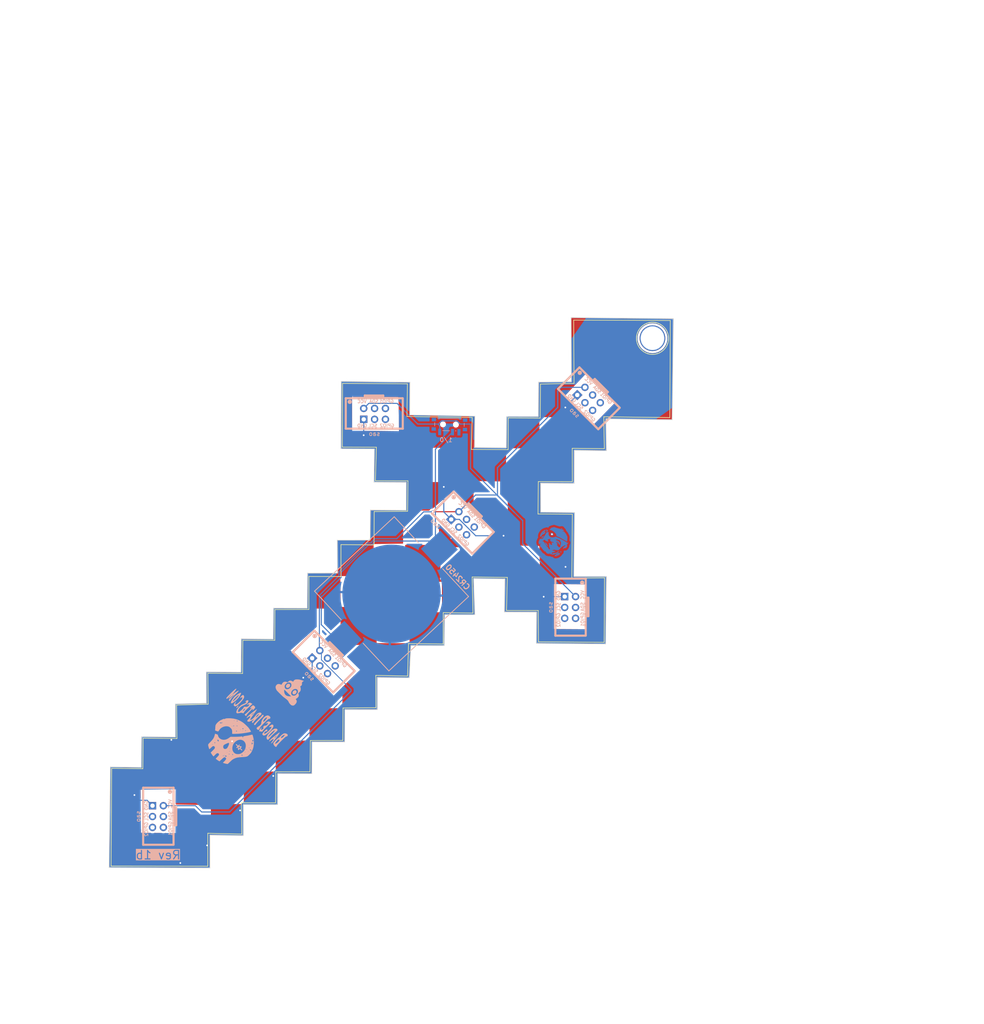
<source format=kicad_pcb>
(kicad_pcb (version 20221018) (generator pcbnew)
  (layers (0 "F.Cu" signal) (31 "B.Cu" signal) (34 "B.Paste" user) (35 "F.Paste" user) (36 "B.SilkS" user "B.Silkscreen") (37 "F.SilkS" user "F.Silkscreen") (38 "B.Mask" user) (39 "F.Mask" user) (44 "Edge.Cuts" user))
  (net 0 "")
  (net 1 "VCC")
  (net 2 "+3V3")
  (net 4 "GND")
  (footprint "BadgePiratesLogo:BadgePiratesURL_B.SLK" (layer "F.Cu") (at 101.82906 118.13298 -45)
    (fp_text reference "G***" hide)
    (fp_text value "LOGO" hide)
  )
  (footprint "BadgePirates:Hole_5.5mm" (layer "F.Cu") (at 195.06 28.93)
    (fp_text reference "REF**" hide)
    (fp_text value "Hole_5.5mm(YoMomma)" hide)
  )
  (footprint "BadgePiratesLogo:FG_B.Cu" (layer "F.Cu") (at 172.12 76.08 -45)
    (fp_text reference "G***" hide)
    (fp_text value "fg" hide)
  )
  (footprint "Project Narsil Sword:F.Mask_g6" (layer "F.Cu") (at 133.27 91.1 136)
    (fp_text reference "G***" hide)
    (fp_text value "LOGO" hide)
  )
  (footprint "BadgePirates:Badgelife-SAOv169-SAO_Side_B.SLK" (layer "F.Cu") (at 79.2884 140.3798 -90)
    (fp_text reference "X5" hide)
    (fp_text value "sao")
  )
  (footprint "BadgePirates:Badgelife-SAOv169-SAO_Side_B.SLK" (layer "F.Cu") (at 179.828361 42.889812 -45)
    (fp_text reference "X1" hide)
    (fp_text value "sao")
  )
  (footprint "BadgePiratesLogo:BPSkull_Distressed_B.SILK" (layer "F.Cu") (at 96.362276 123.242982 -45)
    (fp_text reference "G***" hide)
    (fp_text value "BP Logo" hide)
  )
  (footprint "BadgePirates:Badgelife-SAOv169-SAO_Side_B.SLK" (layer "F.Cu") (at 150.338361 71.969812 -45)
    (fp_text reference "X4" hide)
    (fp_text value "sao")
  )
  (footprint "LOGO" (layer "F.Cu") (at 136.1739 95.3967 180)
    (fp_text reference "G***" hide)
    (fp_text value "LOGO" hide)
  )
  (footprint "BadgePirates:Badgelife-SAOv169-SAO_Side_B.SLK" (layer "F.Cu") (at 117.808361 104.429812 -45)
    (fp_text reference "X6" hide)
    (fp_text value "sao")
  )
  (footprint "LOGO" (layer "F.Cu") (at 136.1739 95.3967 180)
    (fp_text reference "G***" hide)
    (fp_text value "LOGO" hide)
  )
  (footprint "BadgePirates:Badgelife-SAOv169-SAO_Side_B.SLK" (layer "F.Cu") (at 175.7184 91.4898 -90)
    (fp_text reference "X3" hide)
    (fp_text value "sao")
  )
  (footprint "LOGO" (layer "F.Cu") (at 136.1739 95.3967 180)
    (fp_text reference "G***" hide)
    (fp_text value "LOGO" hide)
  )
  (footprint "BadgePirates:Badgelife-SAOv169-SAO_Side_B.SLK" (layer "F.Cu") (at 129.6598 46.7016)
    (fp_text reference "X2" hide)
    (fp_text value "sao")
  )
  (footprint "LOGO" (layer "F.Cu") (at 136.1739 95.3967 180)
    (fp_text reference "G***" hide)
    (fp_text value "LOGO" hide)
  )
  (footprint "BadgePirates:BATHLD006SMT - CR2450" (layer "B.Cu") (at 134.020288 88.694575 -137)
    (fp_text reference "U1" hide)
    (fp_text value "CR2450")
  )
  (footprint "BadgePiratesLogo:shi%%y_B.SLK" (layer "B.Cu") (at 110.923925 110.585228 135)
    (fp_text reference "G***" hide)
    (fp_text value "LOGO" hide)
  )
  (footprint "BadgePirates:SW_SPDT_PCM12" (layer "B.Cu") (at 147.56 49.44 -1)
    (fp_text reference "1/0")
    (fp_text value "SW_SPDT")
  )
  (gr_line (start 199.23 24.79) (end 176.63 24.69) (stroke (width 0.15)) (layer "F.SilkS"))
  (gr_line (start 114.68 84.64) (end 114.68 92.34) (stroke (width 0.15)) (layer "F.SilkS"))
  (gr_line (start 168.34 92.58) (end 168.4 99.91) (stroke (width 0.15)) (layer "F.SilkS"))
  (gr_line (start 153.07 93.19) (end 152.87 84.76) (stroke (width 0.15)) (layer "F.SilkS"))
  (gr_line (start 168.86 39.65) (end 168.8 47.61) (stroke (width 0.15)) (layer "F.SilkS"))
  (gr_line (start 122.67 115.38) (end 130.37 115.31) (stroke (width 0.15)) (layer "F.SilkS"))
  (gr_line (start 68.41 152.34) (end 91.03 152.37) (stroke (width 0.15)) (layer "F.SilkS"))
  (gr_line (start 161.33 47.57) (end 161.29 54.99) (stroke (width 0.15)) (layer "F.SilkS"))
  (gr_line (start 106.93 130.31) (end 114.95 130.29) (stroke (width 0.15)) (layer "F.SilkS"))
  (gr_line (start 168.4 99.91) (end 183.76 100.03) (stroke (width 0.15)) (layer "F.SilkS"))
  (gr_line (start 115.02 123) (end 122.61 122.97) (stroke (width 0.15)) (layer "F.SilkS"))
  (gr_line (start 122.61 122.97) (end 122.67 115.38) (stroke (width 0.15)) (layer "F.SilkS"))
  (gr_line (start 199.13 47.48) (end 199.23 24.79) (stroke (width 0.15)) (layer "F.SilkS"))
  (gr_line (start 91.12 114.49) (end 83.73 114.71) (stroke (width 0.15)) (layer "F.SilkS"))
  (gr_line (start 122.56 39.5) (end 122.51 54.39) (stroke (width 0.15)) (layer "F.SilkS"))
  (gr_line (start 106.88 137.55) (end 106.93 130.31) (stroke (width 0.15)) (layer "F.SilkS"))
  (gr_line (start 99.17 107.31) (end 91.04 107.27) (stroke (width 0.15)) (layer "F.SilkS"))
  (gr_line (start 183.8 54.74) (end 183.67 47.3) (stroke (width 0.15)) (layer "F.SilkS"))
  (gr_line (start 75.84 129.57) (end 68.55 129.51) (stroke (width 0.15)) (layer "F.SilkS"))
  (gr_line (start 130.34 107.75) (end 137.77 107.92) (stroke (width 0.15)) (layer "F.SilkS"))
  (gr_line (start 183.67 47.3) (end 199.13 47.48) (stroke (width 0.15)) (layer "F.SilkS"))
  (gr_line (start 161.1 84.85) (end 160.92 92.58) (stroke (width 0.15)) (layer "F.SilkS"))
  (gr_line (start 137.78 69.39) (end 129.95 69.46) (stroke (width 0.15)) (layer "F.SilkS"))
  (gr_line (start 176.71 39.5) (end 168.86 39.65) (stroke (width 0.15)) (layer "F.SilkS"))
  (gr_line (start 122.18 84.66) (end 114.68 84.64) (stroke (width 0.15)) (layer "F.SilkS"))
  (gr_line (start 122.18 77.19) (end 122.18 84.66) (stroke (width 0.15)) (layer "F.SilkS"))
  (gr_line (start 152.69 54.93) (end 152.89 47.47) (stroke (width 0.15)) (layer "F.SilkS"))
  (gr_line (start 176.29 54.67) (end 183.8 54.74) (stroke (width 0.15)) (layer "F.SilkS"))
  (gr_line (start 138 100.32) (end 146.11 100.42) (stroke (width 0.15)) (layer "F.SilkS"))
  (gr_line (start 99.23 99.57) (end 99.17 107.31) (stroke (width 0.15)) (layer "F.SilkS"))
  (gr_line (start 168.36 62.44) (end 176.32 62.45) (stroke (width 0.15)) (layer "F.SilkS"))
  (gr_line (start 146.11 93.09) (end 153.07 93.19) (stroke (width 0.15)) (layer "F.SilkS"))
  (gr_line (start 130.24 62.25) (end 137.86 62.28) (stroke (width 0.15)) (layer "F.SilkS"))
  (gr_line (start 183.84 84.96) (end 176.2 85.03) (stroke (width 0.15)) (layer "F.SilkS"))
  (gr_line (start 106.7 99.55) (end 99.23 99.57) (stroke (width 0.15)) (layer "F.SilkS"))
  (gr_line (start 114.95 130.29) (end 115.02 123) (stroke (width 0.15)) (layer "F.SilkS"))
  (gr_line (start 114.68 92.34) (end 106.74 92.37) (stroke (width 0.15)) (layer "F.SilkS"))
  (gr_line (start 176.63 24.69) (end 176.71 39.5) (stroke (width 0.15)) (layer "F.SilkS"))
  (gr_line (start 91.03 144.68) (end 98.97 144.86) (stroke (width 0.15)) (layer "F.SilkS"))
  (gr_line (start 68.55 129.51) (end 68.41 152.34) (stroke (width 0.15)) (layer "F.SilkS"))
  (gr_line (start 176.32 62.45) (end 176.29 54.67) (stroke (width 0.15)) (layer "F.SilkS"))
  (gr_line (start 183.76 100.03) (end 183.84 84.96) (stroke (width 0.15)) (layer "F.SilkS"))
  (gr_line (start 161.29 54.99) (end 152.69 54.93) (stroke (width 0.15)) (layer "F.SilkS"))
  (gr_line (start 152.89 47.47) (end 137.62 47.23) (stroke (width 0.15)) (layer "F.SilkS"))
  (gr_line (start 129.95 69.46) (end 129.92 77.25) (stroke (width 0.15)) (layer "F.SilkS"))
  (gr_line (start 176.2 85.03) (end 176.32 70.09) (stroke (width 0.15)) (layer "F.SilkS"))
  (gr_line (start 75.9 122.45) (end 75.84 129.57) (stroke (width 0.15)) (layer "F.SilkS"))
  (gr_line (start 98.97 144.86) (end 98.88 137.53) (stroke (width 0.15)) (layer "F.SilkS"))
  (gr_line (start 122.51 54.39) (end 130.48 54.42) (stroke (width 0.15)) (layer "F.SilkS"))
  (gr_line (start 146.11 100.42) (end 146.11 93.09) (stroke (width 0.15)) (layer "F.SilkS"))
  (gr_line (start 83.73 114.71) (end 83.82 122.54) (stroke (width 0.15)) (layer "F.SilkS"))
  (gr_line (start 152.87 84.76) (end 161.1 84.85) (stroke (width 0.15)) (layer "F.SilkS"))
  (gr_line (start 176.32 70.09) (end 168.28 70.03) (stroke (width 0.15)) (layer "F.SilkS"))
  (gr_line (start 83.82 122.54) (end 75.9 122.45) (stroke (width 0.15)) (layer "F.SilkS"))
  (gr_line (start 168.28 70.03) (end 168.36 62.44) (stroke (width 0.15)) (layer "F.SilkS"))
  (gr_line (start 91.04 107.27) (end 91.12 114.49) (stroke (width 0.15)) (layer "F.SilkS"))
  (gr_line (start 137.62 47.23) (end 137.73 39.6) (stroke (width 0.15)) (layer "F.SilkS"))
  (gr_line (start 137.77 107.92) (end 138 100.32) (stroke (width 0.15)) (layer "F.SilkS"))
  (gr_line (start 130.48 54.42) (end 130.24 62.25) (stroke (width 0.15)) (layer "F.SilkS"))
  (gr_line (start 130.37 115.31) (end 130.34 107.75) (stroke (width 0.15)) (layer "F.SilkS"))
  (gr_line (start 129.92 77.25) (end 122.18 77.19) (stroke (width 0.15)) (layer "F.SilkS"))
  (gr_line (start 98.88 137.53) (end 106.88 137.55) (stroke (width 0.15)) (layer "F.SilkS"))
  (gr_line (start 91.03 152.37) (end 91.03 144.68) (stroke (width 0.15)) (layer "F.SilkS"))
  (gr_line (start 168.8 47.61) (end 161.33 47.57) (stroke (width 0.15)) (layer "F.SilkS"))
  (gr_line (start 106.74 92.37) (end 106.7 99.55) (stroke (width 0.15)) (layer "F.SilkS"))
  (gr_line (start 137.73 39.6) (end 122.56 39.5) (stroke (width 0.15)) (layer "F.SilkS"))
  (gr_line (start 160.92 92.58) (end 168.34 92.58) (stroke (width 0.15)) (layer "F.SilkS"))
  (gr_circle (center 195.076159 28.96) (end 197.916159 31.43) (stroke (width 0.15)) (fill none) (layer "F.SilkS"))
  (gr_line (start 137.86 62.28) (end 137.78 69.39) (stroke (width 0.15)) (layer "F.SilkS"))
  (gr_line (start 176.76 55.12) (end 184.28 55.22) (stroke (width 0.15)) (layer "Edge.Cuts"))
  (gr_line (start 83.47 114.45) (end 83.47 122.19) (stroke (width 0.15)) (layer "Edge.Cuts"))
  (gr_line (start 123.08 115.74) (end 130.69 115.76) (stroke (width 0.15)) (layer "Edge.Cuts"))
  (gr_line (start 176.83 69.7) (end 168.9 69.62) (stroke (width 0.15)) (layer "Edge.Cuts"))
  (gr_line (start 106.35 99.29) (end 98.88 99.22) (stroke (width 0.15)) (layer "Edge.Cuts"))
  (gr_line (start 75.57 122.11) (end 75.49 129.28) (stroke (width 0.15)) (layer "Edge.Cuts"))
  (gr_line (start 184.28 55.22) (end 184.17 47.77) (stroke (width 0.15)) (layer "Edge.Cuts"))
  (gr_line (start 146.35 100.78) (end 146.43 93.55) (stroke (width 0.15)) (layer "Edge.Cuts"))
  (gr_line (start 176.74 62.86) (end 176.76 55.12) (stroke (width 0.15)) (layer "Edge.Cuts"))
  (gr_line (start 137.45 69.16) (end 129.08 69.11) (stroke (width 0.15)) (layer "Edge.Cuts"))
  (gr_line (start 106.43 92.04) (end 106.35 99.29) (stroke (width 0.15)) (layer "Edge.Cuts"))
  (gr_line (start 160.43 92.93) (end 167.96 92.96) (stroke (width 0.15)) (layer "Edge.Cuts"))
  (gr_line (start 67.95 152.67) (end 91.53 152.79) (stroke (width 0.15)) (layer "Edge.Cuts"))
  (gr_line (start 176.11 39.11) (end 168.43 39.2) (stroke (width 0.15)) (layer "Edge.Cuts"))
  (gr_line (start 121.33 76.15) (end 121.4 83.84) (stroke (width 0.15)) (layer "Edge.Cuts"))
  (gr_line (start 176.02 24.11) (end 176.11 39.11) (stroke (width 0.15)) (layer "Edge.Cuts"))
  (gr_line (start 138.31 39.22) (end 122.26 39.03) (stroke (width 0.15)) (layer "Edge.Cuts"))
  (gr_line (start 184.09 100.42) (end 184.29 84.65) (stroke (width 0.15)) (layer "Edge.Cuts"))
  (gr_line (start 168.38 47.27) (end 160.95 47.25) (stroke (width 0.15)) (layer "Edge.Cuts"))
  (gr_line (start 138.16 108.31) (end 138.54 100.77) (stroke (width 0.15)) (layer "Edge.Cuts"))
  (gr_line (start 130.69 115.76) (end 130.69 108.23) (stroke (width 0.15)) (layer "Edge.Cuts"))
  (gr_line (start 167.96 92.96) (end 167.92 100.26) (stroke (width 0.15)) (layer "Edge.Cuts"))
  (gr_line (start 160.95 47.25) (end 160.88 54.56) (stroke (width 0.15)) (layer "Edge.Cuts"))
  (gr_line (start 160.55 85.2) (end 160.43 92.93) (stroke (width 0.15)) (layer "Edge.Cuts"))
  (gr_line (start 168.43 39.2) (end 168.38 47.27) (stroke (width 0.15)) (layer "Edge.Cuts"))
  (gr_line (start 153.21 85.08) (end 160.55 85.2) (stroke (width 0.15)) (layer "Edge.Cuts"))
  (gr_line (start 129.02 76.14) (end 121.33 76.15) (stroke (width 0.15)) (layer "Edge.Cuts"))
  (gr_line (start 115.42 123.31) (end 123.04 123.32) (stroke (width 0.15)) (layer "Edge.Cuts"))
  (gr_line (start 199.66 47.99) (end 199.95 24.37) (stroke (width 0.15)) (layer "Edge.Cuts"))
  (gr_line (start 167.92 100.26) (end 184.09 100.42) (stroke (width 0.15)) (layer "Edge.Cuts"))
  (gr_line (start 160.88 54.56) (end 153.41 54.49) (stroke (width 0.15)) (layer "Edge.Cuts"))
  (gr_line (start 153.5 93.56) (end 153.21 85.08) (stroke (width 0.15)) (layer "Edge.Cuts"))
  (gr_line (start 168.89 62.81) (end 176.74 62.86) (stroke (width 0.15)) (layer "Edge.Cuts"))
  (gr_line (start 122.26 39.03) (end 122.18 54.76) (stroke (width 0.15)) (layer "Edge.Cuts"))
  (gr_line (start 153.51 47.16) (end 138.27 46.87) (stroke (width 0.15)) (layer "Edge.Cuts"))
  (gr_line (start 121.4 83.84) (end 114.38 83.86) (stroke (width 0.15)) (layer "Edge.Cuts"))
  (gr_line (start 91.53 145.09) (end 99.34 145.21) (stroke (width 0.15)) (layer "Edge.Cuts"))
  (gr_line (start 99.34 145.21) (end 99.34 137.95) (stroke (width 0.15)) (layer "Edge.Cuts"))
  (gr_line (start 138.27 46.87) (end 138.31 39.22) (stroke (width 0.15)) (layer "Edge.Cuts"))
  (gr_line (start 114.31 92.06) (end 106.43 92.04) (stroke (width 0.15)) (layer "Edge.Cuts"))
  (gr_line (start 146.43 93.55) (end 153.5 93.56) (stroke (width 0.15)) (layer "Edge.Cuts"))
  (gr_line (start 199.95 24.37) (end 176.02 24.11) (stroke (width 0.15)) (layer "Edge.Cuts"))
  (gr_line (start 138.54 100.77) (end 146.35 100.78) (stroke (width 0.15)) (layer "Edge.Cuts"))
  (gr_line (start 184.17 47.77) (end 199.66 47.99) (stroke (width 0.15)) (layer "Edge.Cuts"))
  (gr_line (start 99.34 137.95) (end 107.34 137.96) (stroke (width 0.15)) (layer "Edge.Cuts"))
  (gr_line (start 68.25 129.17) (end 67.95 152.67) (stroke (width 0.15)) (layer "Edge.Cuts"))
  (gr_line (start 123.04 123.32) (end 123.08 115.74) (stroke (width 0.15)) (layer "Edge.Cuts"))
  (gr_line (start 184.29 84.65) (end 176.67 84.65) (stroke (width 0.15)) (layer "Edge.Cuts"))
  (gr_line (start 115.37 130.73) (end 115.42 123.31) (stroke (width 0.15)) (layer "Edge.Cuts"))
  (gr_line (start 130.03 54.8) (end 129.91 62.57) (stroke (width 0.15)) (layer "Edge.Cuts"))
  (gr_line (start 98.78 107.01) (end 90.71 106.96) (stroke (width 0.15)) (layer "Edge.Cuts"))
  (gr_line (start 129.91 62.57) (end 137.48 62.61) (stroke (width 0.15)) (layer "Edge.Cuts"))
  (gr_line (start 130.69 108.23) (end 138.16 108.31) (stroke (width 0.15)) (layer "Edge.Cuts"))
  (gr_line (start 168.9 69.62) (end 168.89 62.81) (stroke (width 0.15)) (layer "Edge.Cuts"))
  (gr_line (start 90.73 114.28) (end 83.47 114.45) (stroke (width 0.15)) (layer "Edge.Cuts"))
  (gr_line (start 83.47 122.19) (end 75.57 122.11) (stroke (width 0.15)) (layer "Edge.Cuts"))
  (gr_line (start 153.41 54.49) (end 153.51 47.16) (stroke (width 0.15)) (layer "Edge.Cuts"))
  (gr_line (start 107.34 137.96) (end 107.36 130.71) (stroke (width 0.15)) (layer "Edge.Cuts"))
  (gr_line (start 129.08 69.11) (end 129.02 76.14) (stroke (width 0.15)) (layer "Edge.Cuts"))
  (gr_line (start 114.38 83.86) (end 114.31 92.06) (stroke (width 0.15)) (layer "Edge.Cuts"))
  (gr_line (start 137.48 62.61) (end 137.45 69.16) (stroke (width 0.15)) (layer "Edge.Cuts"))
  (gr_line (start 107.36 130.71) (end 115.37 130.73) (stroke (width 0.15)) (layer "Edge.Cuts"))
  (gr_line (start 75.49 129.28) (end 68.25 129.17) (stroke (width 0.15)) (layer "Edge.Cuts"))
  (gr_line (start 98.88 99.22) (end 98.78 107.01) (stroke (width 0.15)) (layer "Edge.Cuts"))
  (gr_line (start 176.67 84.65) (end 176.83 69.7) (stroke (width 0.15)) (layer "Edge.Cuts"))
  (gr_line (start 122.18 54.76) (end 130.03 54.8) (stroke (width 0.15)) (layer "Edge.Cuts"))
  (gr_line (start 90.71 106.96) (end 90.73 114.28) (stroke (width 0.15)) (layer "Edge.Cuts"))
  (gr_line (start 91.53 152.79) (end 91.53 145.09) (stroke (width 0.15)) (layer "Edge.Cuts"))
  (gr_text "Rev 1b" (at 84.82 150.93) (layer "B.SilkS" knockout) (effects (font (size 2 2) (thickness 0.25)) (justify left bottom mirror)))
  (segment (start 143.62 69.52) (end 143.646052 69.493948) (width 0.25) (layer "F.Cu") (net 1))
  (segment (start 143.646052 69.493948) (end 149.773948 69.493948) (width 0.25) (layer "F.Cu") (net 1))
  (via (at 143.62 69.52) (size 0.6) (drill 0.4) (layers "F.Cu" "B.Cu") (net 1))
  (segment (start 172.9 41.24) (end 172.9 45.096961) (width 0.25) (layer "B.Cu") (net 1))
  (segment (start 141.53 69.52) (end 135.25 75.8) (width 0.25) (layer "B.Cu") (net 1))
  (segment (start 149.773948 69.493948) (end 153.682896 65.585) (width 0.25) (layer "B.Cu") (net 1))
  (segment (start 130.138022 75.8) (end 129.119697 76.818325) (width 0.25) (layer "B.Cu") (net 1))
  (segment (start 158.8 59.196961) (end 158.8 65.69) (width 0.25) (layer "B.Cu") (net 1))
  (segment (start 143.62 69.52) (end 141.53 69.52) (width 0.25) (layer "B.Cu") (net 1))
  (segment (start 164.706021 76.976021) (end 177.07 89.34) (width 0.25) (layer "B.Cu") (net 1))
  (segment (start 179.263948 40.413948) (end 173.726052 40.413948) (width 0.25) (layer "B.Cu") (net 1))
  (segment (start 117.14 101.85) (end 117.243948 101.953948) (width 0.25) (layer "B.Cu") (net 1))
  (segment (start 145.285386 50.830514) (end 145.285386 49.415386) (width 0.25) (layer "B.Cu") (net 1))
  (segment (start 145.285386 49.415386) (end 144.87 49) (width 0.25) (layer "B.Cu") (net 1))
  (segment (start 107.79 128.18) (end 107.67 128.18) (width 0.25) (layer "B.Cu") (net 1))
  (segment (start 149.3549 48.258872) (end 150.096028 49) (width 0.25) (layer "B.Cu") (net 1))
  (segment (start 164.706021 71.513979) (end 164.706021 76.976021) (width 0.25) (layer "B.Cu") (net 1))
  (segment (start 80.64 138.23) (end 88.13 138.23) (width 0.25) (layer "B.Cu") (net 1))
  (segment (start 107.67 128.18) (end 96.15 139.7) (width 0.25) (layer "B.Cu") (net 1))
  (segment (start 172.9 45.096961) (end 158.8 59.196961) (width 0.25) (layer "B.Cu") (net 1))
  (segment (start 88.13 138.23) (end 89.6 139.7) (width 0.25) (layer "B.Cu") (net 1))
  (segment (start 127.51 45.35) (end 128.6986 44.1614) (width 0.25) (layer "B.Cu") (net 1))
  (segment (start 152.5 59.39) (end 162.745 69.635) (width 0.25) (layer "B.Cu") (net 1))
  (segment (start 121.763328 84.428708) (end 117.14 89.052036) (width 0.25) (layer "B.Cu") (net 1))
  (segment (start 145.724262 48.258872) (end 149.3549 48.258872) (width 0.25) (layer "B.Cu") (net 1))
  (segment (start 144.87 49) (end 144.983134 49) (width 0.25) (layer "B.Cu") (net 1))
  (segment (start 158.695 65.585) (end 162.745 69.635) (width 0.25) (layer "B.Cu") (net 1))
  (segment (start 144.983134 49) (end 145.724262 48.258872) (width 0.25) (layer "B.Cu") (net 1))
  (segment (start 117.607897 104.117897) (end 117.607897 101.707897) (width 0.2) (layer "B.Cu") (net 1))
  (segment (start 121.763328 83.472063) (end 121.763328 84.428708) (width 0.25) (layer "B.Cu") (net 1))
  (segment (start 162.745 69.635) (end 164.665 71.555) (width 0.25) (layer "B.Cu") (net 1))
  (segment (start 140.15198 49) (end 144.87 49) (width 0.25) (layer "B.Cu") (net 1))
  (segment (start 124.54 111.43) (end 107.79 128.18) (width 0.25) (layer "B.Cu") (net 1))
  (segment (start 129.119697 76.818325) (end 128.417066 76.818325) (width 0.25) (layer "B.Cu") (net 1))
  (segment (start 117.14 89.052036) (end 117.14 101.85) (width 0.25) (layer "B.Cu") (net 1))
  (segment (start 158.8 65.69) (end 162.745 69.635) (width 0.25) (layer "B.Cu") (net 1))
  (segment (start 164.665 71.555) (end 164.706021 71.513979) (width 0.25) (layer "B.Cu") (net 1))
  (segment (start 96.15 139.7) (end 89.6 139.7) (width 0.25) (layer "B.Cu") (net 1))
  (segment (start 152.5 49) (end 152.5 59.39) (width 0.25) (layer "B.Cu") (net 1))
  (segment (start 150.096028 49) (end 152.5 49) (width 0.25) (layer "B.Cu") (net 1))
  (segment (start 135.31338 44.1614) (end 140.15198 49) (width 0.25) (layer "B.Cu") (net 1))
  (segment (start 153.682896 65.585) (end 158.695 65.585) (width 0.25) (layer "B.Cu") (net 1))
  (segment (start 124.54 111.43) (end 124.54 111.05) (width 0.2) (layer "B.Cu") (net 1))
  (segment (start 128.6986 44.1614) (end 135.31338 44.1614) (width 0.25) (layer "B.Cu") (net 1))
  (segment (start 135.25 75.8) (end 130.138022 75.8) (width 0.25) (layer "B.Cu") (net 1))
  (segment (start 173.726052 40.413948) (end 172.9 41.24) (width 0.25) (layer "B.Cu") (net 1))
  (segment (start 124.54 111.05) (end 117.607897 104.117897) (width 0.2) (layer "B.Cu") (net 1))
  (segment (start 128.417066 76.818325) (end 121.763328 83.472063) (width 0.25) (layer "B.Cu") (net 1))
  (segment (start 117.841069 89.238432) (end 122.213328 84.866173) (width 0.25) (layer "B.Cu") (net 2))
  (segment (start 117.59 89.238432) (end 117.841069 89.238432) (width 0.25) (layer "B.Cu") (net 2))
  (segment (start 143.3 76.35) (end 145.21 78.26) (width 0.25) (layer "B.Cu") (net 2))
  (segment (start 129.306093 77.268325) (end 130.224418 76.35) (width 0.25) (layer "B.Cu") (net 2))
  (segment (start 130.224418 76.35) (end 143.3 76.35) (width 0.25) (layer "B.Cu") (net 2))
  (segment (start 121.827985 100.145763) (end 117.59 95.907778) (width 0.25) (layer "B.Cu") (net 2))
  (segment (start 122.213328 84.866173) (end 122.213328 83.658459) (width 0.25) (layer "B.Cu") (net 2))
  (segment (start 148.284929 50.882872) (end 144.28 54.887801) (width 0.25) (layer "B.Cu") (net 2))
  (segment (start 128.603462 77.268325) (end 129.306093 77.268325) (width 0.25) (layer "B.Cu") (net 2))
  (segment (start 122.213328 83.658459) (end 128.603462 77.268325) (width 0.25) (layer "B.Cu") (net 2))
  (segment (start 117.59 95.907778) (end 117.59 89.238432) (width 0.25) (layer "B.Cu") (net 2))
  (segment (start 122.55 100.16) (end 122.495348 100.105348) (width 0.25) (layer "B.Cu") (net 2))
  (segment (start 144.28 54.887801) (end 144.28 79.07) (width 0.25) (layer "B.Cu") (net 2))
  (segment (start 144.28 79.07) (end 145.845288 80.635288) (width 0.25) (layer "B.Cu") (net 2))
  (via (at 169.61 89.37) (size 0.6) (drill 0.4) (layers "F.Cu" "B.Cu") (net 4))
  (via (at 106.35 131.27) (size 0.6) (drill 0.4) (layers "F.Cu" "B.Cu") (net 4))
  (via (at 84.61 151.63) (size 0.6) (drill 0.4) (layers "F.Cu" "B.Cu") (net 4))
  (via (at 174.72 82.39) (size 0.6) (drill 0.4) (layers "F.Cu" "B.Cu") (net 4))
  (via (at 171.55 74.76) (size 0.6) (drill 0.4) (layers "F.Cu" "B.Cu") (net 4))
  (via (at 82.51 122.84) (size 0.6) (drill 0.4) (layers "F.Cu" "B.Cu") (net 4))
  (via (at 73.87 135.74) (size 0.6) (drill 0.4) (layers "F.Cu" "B.Cu") (net 4))
  (via (at 127.5 51.61) (size 0.6) (drill 0.4) (layers "F.Cu" "B.Cu") (net 4))
  (via (at 113.37 108.3) (size 0.6) (drill 0.4) (layers "F.Cu" "B.Cu") (net 4))
  (via (at 96.72 123.16) (size 0.6) (drill 0.4) (layers "F.Cu" "B.Cu") (net 4))
  (via (at 90.87 147.51) (size 0.6) (drill 0.4) (layers "F.Cu" "B.Cu") (net 4))
  (via (at 160.22 75.11) (size 0.6) (drill 0.4) (layers "F.Cu" "B.Cu") (net 4))
  (via (at 98.59 139.33) (size 0.6) (drill 0.4) (layers "F.Cu" "B.Cu") (net 4))
  (via (at 174.68 45.12) (size 0.6) (drill 0.4) (layers "F.Cu" "B.Cu") (net 4))
  (via (at 146.24 63.69) (size 0.6) (drill 0.4) (layers "F.Cu" "B.Cu") (net 4))
  (segment (start 115.447897 106.222103) (end 113.37 108.3) (width 0.25) (layer "B.Cu") (net 4))
  (segment (start 135.524823 99.485177) (end 142.004716 93.005284) (width 0.25) (layer "B.Cu") (net 4))
  (segment (start 127.51 47.89) (end 127.51 51.6) (width 0.25) (layer "B.Cu") (net 4))
  (segment (start 75.1 136.97) (end 73.87 135.74) (width 0.25) (layer "B.Cu") (net 4))
  (segment (start 115.447897 103.75) (end 115.447897 106.222103) (width 0.25) (layer "B.Cu") (net 4))
  (segment (start 174.53 89.34) (end 169.64 89.34) (width 0.25) (layer "B.Cu") (net 4))
  (segment (start 76.84 136.97) (end 75.1 136.97) (width 0.25) (layer "B.Cu") (net 4))
  (segment (start 147.977897 71.29) (end 149.889065 71.29) (width 0.25) (layer "B.Cu") (net 4))
  (segment (start 78.1 138.23) (end 76.84 136.97) (width 0.25) (layer "B.Cu") (net 4))
  (segment (start 146.24 63.69) (end 146.24 69.552103) (width 0.25) (layer "B.Cu") (net 4))
  (segment (start 174.68 44.997897) (end 174.68 45.12) (width 0.25) (layer "B.Cu") (net 4))
  (segment (start 169.64 89.34) (end 169.61 89.37) (width 0.25) (layer "B.Cu") (net 4))
  (segment (start 127.51 51.6) (end 127.5 51.61) (width 0.25) (layer "B.Cu") (net 4))
  (segment (start 177.467897 42.21) (end 174.68 44.997897) (width 0.25) (layer "B.Cu") (net 4))
  (segment (start 149.889065 71.29) (end 153.709065 75.11) (width 0.25) (layer "B.Cu") (net 4))
  (segment (start 153.709065 75.11) (end 160.22 75.11) (width 0.25) (layer "B.Cu") (net 4))
  (segment (start 146.24 69.552103) (end 147.977897 71.29) (width 0.25) (layer "B.Cu") (net 4))
  (zone (net 0) (net_name "") (layer "F.Cu") (connect_pads (clearance 0)) (min_thickness 0.254)
    (keepout (tracks allowed) (vias allowed) (pads allowed) (copperpour not_allowed) (footprints allowed))
    (fill (thermal_gap 0.508) (thermal_bridge_width 0.508))
    (polygon (pts (xy 91.74 138.07) (xy 91.78 145.21) (xy 83.1 144.97) (xy 83.25 137.95)))
  )
  (zone (net 0) (net_name "") (layer "F.Cu") (connect_pads (clearance 0)) (min_thickness 0.254)
    (keepout (tracks allowed) (vias allowed) (pads allowed) (copperpour not_allowed) (footprints allowed))
    (fill (thermal_gap 0.508) (thermal_bridge_width 0.508))
    (polygon (pts (xy 145.8 85.87) (xy 145.84 93.01) (xy 138.11 92.98) (xy 138.27 85.83)))
  )
  (zone (net 0) (net_name "") (layer "F.Cu") (connect_pads (clearance 0)) (min_thickness 0.254)
    (keepout (tracks allowed) (vias allowed) (pads allowed) (copperpour not_allowed) (footprints allowed))
    (fill (thermal_gap 0.508) (thermal_bridge_width 0.508))
    (polygon (pts (xy 106.89 123.11) (xy 106.93 130.25) (xy 99.2 130.22) (xy 99.36 123.07)))
  )
  (zone (net 0) (net_name "") (layer "F.Cu") (connect_pads (clearance 0)) (min_thickness 0.254)
    (keepout (tracks allowed) (vias allowed) (pads allowed) (copperpour not_allowed) (footprints allowed))
    (fill (thermal_gap 0.508) (thermal_bridge_width 0.508))
    (polygon (pts (xy 153.15 77.81) (xy 153.18 85.42) (xy 145.35 85.36) (xy 145.62 77.77)))
  )
  (zone (net 0) (net_name "") (layer "F.Cu") (connect_pads (clearance 0)) (min_thickness 0.254)
    (keepout (tracks allowed) (vias allowed) (pads allowed) (copperpour not_allowed) (footprints allowed))
    (fill (thermal_gap 0.508) (thermal_bridge_width 0.508))
    (polygon (pts (xy 168.58 77.5) (xy 168.81 85.44) (xy 160.23 85.3) (xy 160.31 77.33)))
  )
  (zone (net 0) (net_name "") (layer "F.Cu") (connect_pads (clearance 0)) (min_thickness 0.254)
    (keepout (tracks allowed) (vias allowed) (pads allowed) (copperpour not_allowed) (footprints allowed))
    (fill (thermal_gap 0.508) (thermal_bridge_width 0.508))
    (polygon (pts (xy 106.43 107.24) (xy 106.23 114.4) (xy 98.83 114.37) (xy 98.86 107.19)))
  )
  (zone (net 0) (net_name "") (layer "F.Cu") (connect_pads (clearance 0)) (min_thickness 0.254)
    (keepout (tracks allowed) (vias allowed) (pads allowed) (copperpour not_allowed) (footprints allowed))
    (fill (thermal_gap 0.508) (thermal_bridge_width 0.508))
    (polygon (pts (xy 91.08 122.24) (xy 91.12 129.38) (xy 83.39 129.35) (xy 83.55 122.2)))
  )
  (zone (net 0) (net_name "") (layer "F.Cu") (connect_pads (clearance 0)) (min_thickness 0.254)
    (keepout (tracks allowed) (vias allowed) (pads allowed) (copperpour not_allowed) (footprints allowed))
    (fill (thermal_gap 0.508) (thermal_bridge_width 0.508))
    (polygon (pts (xy 83.4 128.88) (xy 83.3 136.32) (xy 75.57 136.29) (xy 75.58 128.78)))
  )
  (zone (net 0) (net_name "") (layer "F.Cu") (connect_pads (clearance 0)) (min_thickness 0.254)
    (keepout (tracks allowed) (vias allowed) (pads allowed) (copperpour not_allowed) (footprints allowed))
    (fill (thermal_gap 0.508) (thermal_bridge_width 0.508))
    (polygon (pts (xy 130.24 100.66) (xy 130.28 107.8) (xy 122.55 107.77) (xy 122.71 100.62)))
  )
  (zone (net 0) (net_name "") (layer "F.Cu") (connect_pads (clearance 0)) (min_thickness 0.254)
    (keepout (tracks allowed) (vias allowed) (pads allowed) (copperpour not_allowed) (footprints allowed))
    (fill (thermal_gap 0.508) (thermal_bridge_width 0.508))
    (polygon (pts (xy 176.56 47.54) (xy 176.67 55.37) (xy 168.75 55.31) (xy 168.56 47.34)))
  )
  (zone (net 0) (net_name "") (layer "F.Cu") (connect_pads (clearance 0)) (min_thickness 0.254)
    (keepout (tracks allowed) (vias allowed) (pads allowed) (copperpour not_allowed) (footprints allowed))
    (fill (thermal_gap 0.508) (thermal_bridge_width 0.508))
    (polygon (pts (xy 122.01 92.16) (xy 122.2 100.1) (xy 114.32 100.01) (xy 114.34 92.12)))
  )
  (zone (net 0) (net_name "") (layer "F.Cu") (connect_pads (clearance 0)) (min_thickness 0.254)
    (keepout (tracks allowed) (vias allowed) (pads allowed) (copperpour not_allowed) (footprints allowed))
    (fill (thermal_gap 0.508) (thermal_bridge_width 0.508))
    (polygon (pts (xy 168.65 54.74) (xy 168.89 62.81) (xy 160.84 62.65) (xy 160.8 54.63)))
  )
  (zone (net 0) (net_name "") (layer "F.Cu") (connect_pads (clearance 0)) (min_thickness 0.254)
    (keepout (tracks allowed) (vias allowed) (pads allowed) (copperpour not_allowed) (footprints allowed))
    (fill (thermal_gap 0.508) (thermal_bridge_width 0.508))
    (polygon (pts (xy 130.01 84.57) (xy 129.91 91.84) (xy 122.09 91.76) (xy 122.04 84.54)))
  )
  (zone (net 0) (net_name "") (layer "F.Cu") (connect_pads (clearance 0)) (min_thickness 0.254)
    (keepout (tracks allowed) (vias allowed) (pads allowed) (copperpour not_allowed) (footprints allowed))
    (fill (thermal_gap 0.508) (thermal_bridge_width 0.508))
    (polygon (pts (xy 76.14 136.54) (xy 76.18 143.68) (xy 68.45 143.65) (xy 68.61 136.5)))
  )
  (zone (net 0) (net_name "") (layer "F.Cu") (connect_pads (clearance 0)) (min_thickness 0.254)
    (keepout (tracks allowed) (vias allowed) (pads allowed) (copperpour not_allowed) (footprints allowed))
    (fill (thermal_gap 0.508) (thermal_bridge_width 0.508))
    (polygon (pts (xy 98.83 114.37) (xy 98.81 122.27) (xy 91.08 122.24) (xy 90.98 114.42)))
  )
  (zone (net 0) (net_name "") (layer "F.Cu") (connect_pads (clearance 0)) (min_thickness 0.254)
    (keepout (tracks allowed) (vias allowed) (pads allowed) (copperpour not_allowed) (footprints allowed))
    (fill (thermal_gap 0.508) (thermal_bridge_width 0.508))
    (polygon (pts (xy 137.20228 76.94052) (xy 137.20228 84.88052) (xy 129.772975 84.749687) (xy 129.82228 77.06052)))
  )
  (zone (net 0) (net_name "") (layer "F.Cu") (connect_pads (clearance 0)) (min_thickness 0.254)
    (keepout (tracks allowed) (vias allowed) (pads allowed) (copperpour not_allowed) (footprints allowed))
    (fill (thermal_gap 0.508) (thermal_bridge_width 0.508))
    (polygon (pts (xy 145.102676 69.32859) (xy 145.14 77.29) (xy 136.73 77.23) (xy 136.82 69.1)))
  )
  (zone (net 4) (net_name "GND") (layer "F.Cu") (priority 5) (connect_pads (clearance 0.508)) (min_thickness 0.254) (fill yes (thermal_gap 0.508) (thermal_bridge_width 0.508) (island_removal_mode 1) (island_area_min 10))
    (polygon (pts (xy 96.72 33.68) (xy 213.79 1.5) (xy 212.06 113.14) (xy 42.42 180.68) (xy 94.73 38.71)))
  )
  (zone (net 0) (net_name "") (layer "F.Cu") (connect_pads (clearance 0)) (min_thickness 0.254)
    (keepout (tracks allowed) (vias allowed) (pads allowed) (copperpour not_allowed) (footprints allowed))
    (fill (thermal_gap 0.508) (thermal_bridge_width 0.508))
    (polygon (pts (xy 83.97 144.89) (xy 84.01 152.03) (xy 76.28 152) (xy 76.44 144.85)))
  )
  (zone (net 0) (net_name "") (layer "F.Cu") (connect_pads (clearance 0)) (min_thickness 0.254)
    (keepout (tracks allowed) (vias allowed) (pads allowed) (copperpour not_allowed) (footprints allowed))
    (fill (thermal_gap 0.508) (thermal_bridge_width 0.508))
    (polygon (pts (xy 114.16 99.39) (xy 114.12 107.27) (xy 106.43 107.24) (xy 106.38 99.37)))
  )
  (zone (net 0) (net_name "") (layer "F.Cu") (connect_pads (clearance 0)) (min_thickness 0.254)
    (keepout (tracks allowed) (vias allowed) (pads allowed) (copperpour not_allowed) (footprints allowed))
    (fill (thermal_gap 0.508) (thermal_bridge_width 0.508))
    (polygon (pts (xy 122.49 107.26) (xy 122.54 115.46) (xy 114.35 115.43) (xy 114.36 107.32)))
  )
  (zone (net 0) (net_name "") (layer "F.Cu") (connect_pads (clearance 0)) (min_thickness 0.254)
    (keepout (tracks allowed) (vias allowed) (pads allowed) (copperpour not_allowed) (footprints allowed))
    (fill (thermal_gap 0.508) (thermal_bridge_width 0.508))
    (polygon (pts (xy 145.45 54.55) (xy 145.51 62.58) (xy 137.48 62.5) (xy 137.45 54.42)))
  )
  (zone (net 0) (net_name "") (layer "F.Cu") (connect_pads (clearance 0)) (min_thickness 0.254)
    (keepout (tracks allowed) (vias allowed) (pads allowed) (copperpour not_allowed) (footprints allowed))
    (fill (thermal_gap 0.508) (thermal_bridge_width 0.508))
    (polygon (pts (xy 161.15 62.44) (xy 161.23 70.18) (xy 153.28 70.1) (xy 153.14 62.31)))
  )
  (zone (net 0) (net_name "") (layer "F.Cu") (connect_pads (clearance 0)) (min_thickness 0.254)
    (keepout (tracks allowed) (vias allowed) (pads allowed) (copperpour not_allowed) (footprints allowed))
    (fill (thermal_gap 0.508) (thermal_bridge_width 0.508))
    (polygon (pts (xy 114.77 115.26) (xy 114.85 122.99) (xy 106.89 123.11) (xy 107.03 115.32)))
  )
  (zone (net 0) (net_name "") (layer "F.Cu") (connect_pads (clearance 0)) (min_thickness 0.254)
    (keepout (tracks allowed) (vias allowed) (pads allowed) (copperpour not_allowed) (footprints allowed))
    (fill (thermal_gap 0.508) (thermal_bridge_width 0.508))
    (polygon (pts (xy 138.2 93.11) (xy 138.24 100.25) (xy 130.51 100.22) (xy 130.67 93.07)))
  )
  (zone (net 0) (net_name "") (layer "F.Cu") (connect_pads (clearance 0)) (min_thickness 0.254)
    (keepout (tracks allowed) (vias allowed) (pads allowed) (copperpour not_allowed) (footprints allowed))
    (fill (thermal_gap 0.508) (thermal_bridge_width 0.508))
    (polygon (pts (xy 99.43 130.72) (xy 99.47 137.86) (xy 91.74 137.83) (xy 91.9 130.68)))
  )
  (zone (net 0) (net_name "") (layer "F.Cu") (connect_pads (clearance 0)) (min_thickness 0.254)
    (keepout (tracks allowed) (vias allowed) (pads allowed) (copperpour not_allowed) (footprints allowed))
    (fill (thermal_gap 0.508) (thermal_bridge_width 0.508))
    (polygon (pts (xy 191.77 32.44) (xy 191.9 40.15) (xy 183.97 40.1) (xy 184.1 32.39)))
  )
  (zone (net 0) (net_name "") (layers "F&B.Cu") (connect_pads (clearance 0)) (min_thickness 0.254)
    (keepout (tracks allowed) (vias allowed) (pads allowed) (copperpour not_allowed) (footprints allowed))
    (fill (thermal_gap 0.508) (thermal_bridge_width 0.508) (island_removal_mode 1) (island_area_min 10))
    (polygon (pts (xy 172 86.42) (xy 179.52 86.46) (xy 179.64 96.98) (xy 171.99 96.94)))
  )
  (zone (net 0) (net_name "") (layers "F&B.Cu") (connect_pads (clearance 0)) (min_thickness 0.254)
    (keepout (tracks allowed) (vias allowed) (pads allowed) (copperpour not_allowed) (footprints allowed))
    (fill (thermal_gap 0.508) (thermal_bridge_width 0.508) (island_removal_mode 1) (island_area_min 10))
    (polygon (pts (xy 179.52 37.18) (xy 186.22 44.11) (xy 181.24 49.2) (xy 174.58 42.39)))
  )
  (zone (net 0) (net_name "") (layers "F&B.Cu") (connect_pads (clearance 0)) (min_thickness 0.254)
    (keepout (tracks allowed) (vias allowed) (pads allowed) (copperpour not_allowed) (footprints allowed))
    (fill (thermal_gap 0.508) (thermal_bridge_width 0.508) (island_removal_mode 1) (island_area_min 10))
    (polygon (pts (xy 148.62 64.45) (xy 158.27 74.2) (xy 152.71 79.98) (xy 142.51 69.76)))
  )
  (zone (net 0) (net_name "") (layers "F&B.Cu") (connect_pads (clearance 0)) (min_thickness 0.254)
    (keepout (tracks allowed) (vias allowed) (pads allowed) (copperpour not_allowed) (footprints allowed))
    (fill (thermal_gap 0.508) (thermal_bridge_width 0.508) (island_removal_mode 1) (island_area_min 10))
    (polygon (pts (xy 75.29 134.48) (xy 83.53 134.38) (xy 83.47 144.64) (xy 75.39 144.58)))
  )
  (zone (net 0) (net_name "") (layers "F&B.Cu") (connect_pads (clearance 0)) (min_thickness 0.254)
    (keepout (tracks allowed) (vias allowed) (pads allowed) (copperpour not_allowed) (footprints allowed))
    (fill (thermal_gap 0.508) (thermal_bridge_width 0.508) (island_removal_mode 1) (island_area_min 10))
    (polygon (pts (xy 125.13 42.63) (xy 135.65 42.65) (xy 135.77 50.68) (xy 124.79 50.56) (xy 124.76 42.56)))
  )
  (zone (net 0) (net_name "") (layers "F&B.Cu") (connect_pads (clearance 0)) (min_thickness 0.254)
    (keepout (tracks allowed) (vias allowed) (pads allowed) (copperpour not_allowed) (footprints allowed))
    (fill (thermal_gap 0.508) (thermal_bridge_width 0.508) (island_removal_mode 1) (island_area_min 10))
    (polygon (pts (xy 116.51 96.42) (xy 126.65 106.46) (xy 120.49 112.5) (xy 110.37 101.93)))
  )
  (zone (net 4) (net_name "GND") (layer "B.Cu") (connect_pads (clearance 0.508)) (min_thickness 0.254) (fill yes (thermal_gap 0.508) (thermal_bridge_width 0.508) (island_removal_mode 1) (island_area_min 10))
    (polygon (pts (xy 206.487475 17.946143) (xy 206.309675 40.526743) (xy 188.250275 53.277543) (xy 191.800333 97.596357) (xy 172.530333 109.706357) (xy 155.05 104.07) (xy 98.630333 158.776357) (xy 59.100333 163.546357) (xy 61.480333 124.206357) (xy 118.55 65.57) (xy 102.810333 42.876357) (xy 139.160333 30.166357) (xy 170.978275 36.335743) (xy 184.364075 17.285743)))
  )
)
</source>
